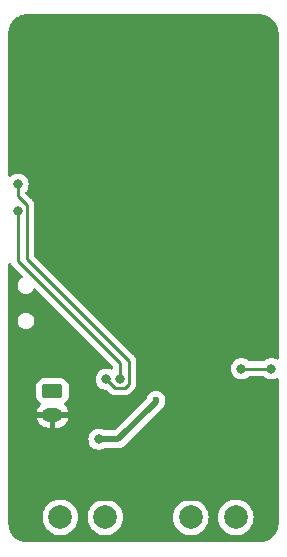
<source format=gbr>
%TF.GenerationSoftware,KiCad,Pcbnew,(7.0.0)*%
%TF.CreationDate,2023-03-10T16:09:33-06:00*%
%TF.ProjectId,stick-and-slip_v2_2-channel,73746963-6b2d-4616-9e64-2d736c69705f,rev?*%
%TF.SameCoordinates,Original*%
%TF.FileFunction,Copper,L2,Bot*%
%TF.FilePolarity,Positive*%
%FSLAX46Y46*%
G04 Gerber Fmt 4.6, Leading zero omitted, Abs format (unit mm)*
G04 Created by KiCad (PCBNEW (7.0.0)) date 2023-03-10 16:09:33*
%MOMM*%
%LPD*%
G01*
G04 APERTURE LIST*
G04 Aperture macros list*
%AMRoundRect*
0 Rectangle with rounded corners*
0 $1 Rounding radius*
0 $2 $3 $4 $5 $6 $7 $8 $9 X,Y pos of 4 corners*
0 Add a 4 corners polygon primitive as box body*
4,1,4,$2,$3,$4,$5,$6,$7,$8,$9,$2,$3,0*
0 Add four circle primitives for the rounded corners*
1,1,$1+$1,$2,$3*
1,1,$1+$1,$4,$5*
1,1,$1+$1,$6,$7*
1,1,$1+$1,$8,$9*
0 Add four rect primitives between the rounded corners*
20,1,$1+$1,$2,$3,$4,$5,0*
20,1,$1+$1,$4,$5,$6,$7,0*
20,1,$1+$1,$6,$7,$8,$9,0*
20,1,$1+$1,$8,$9,$2,$3,0*%
G04 Aperture macros list end*
%TA.AperFunction,ComponentPad*%
%ADD10C,2.000000*%
%TD*%
%TA.AperFunction,ComponentPad*%
%ADD11RoundRect,0.250000X-0.625000X0.350000X-0.625000X-0.350000X0.625000X-0.350000X0.625000X0.350000X0*%
%TD*%
%TA.AperFunction,ComponentPad*%
%ADD12O,1.750000X1.200000*%
%TD*%
%TA.AperFunction,ViaPad*%
%ADD13C,0.800000*%
%TD*%
%TA.AperFunction,ViaPad*%
%ADD14C,0.600000*%
%TD*%
%TA.AperFunction,Conductor*%
%ADD15C,0.500000*%
%TD*%
%TA.AperFunction,Conductor*%
%ADD16C,0.250000*%
%TD*%
G04 APERTURE END LIST*
D10*
%TO.P,J5,1,Pin_1*%
%TO.N,/motor-2-green-indicator-led*%
X47650000Y-91694000D03*
%TD*%
D11*
%TO.P,J9,1,Pin_1*%
%TO.N,Net-(J9-Pin_1)*%
X46990000Y-81026000D03*
D12*
%TO.P,J9,2,Pin_2*%
%TO.N,GND*%
X46989999Y-83025999D03*
%TD*%
D10*
%TO.P,J2,1,Pin_1*%
%TO.N,/motor-1-red-indicator-led*%
X62509000Y-91694000D03*
%TD*%
%TO.P,J6,1,Pin_1*%
%TO.N,/motor-2-red-indicator-led*%
X51460000Y-91694000D03*
%TD*%
%TO.P,J1,1,Pin_1*%
%TO.N,/motor-1-green-indicator-led*%
X58699000Y-91694000D03*
%TD*%
D13*
%TO.N,+BATT*%
X50927000Y-85089500D03*
D14*
X55753000Y-81788000D03*
D13*
%TO.N,/BLE-indicator-pin*%
X65532000Y-79121000D03*
X62992000Y-79121000D03*
%TO.N,GND*%
X49530000Y-90043000D03*
X50927000Y-72009000D03*
X60325000Y-70866000D03*
X61722000Y-83820000D03*
X60706000Y-90170000D03*
%TO.N,/motor-driver-2a*%
X51562000Y-80010000D03*
X44069000Y-63500000D03*
%TO.N,/motor-driver-2b*%
X52705000Y-80010000D03*
X44069000Y-65786000D03*
%TD*%
D15*
%TO.N,+BATT*%
X52578500Y-85089500D02*
X55753000Y-81915000D01*
X55753000Y-81915000D02*
X55753000Y-81788000D01*
X50927000Y-85089500D02*
X52578500Y-85089500D01*
D16*
%TO.N,/BLE-indicator-pin*%
X62992000Y-79121000D02*
X65532000Y-79121000D01*
D15*
%TO.N,GND*%
X61722000Y-83820000D02*
X61722000Y-89154000D01*
X49530000Y-90043000D02*
X60579000Y-90043000D01*
D16*
X60579000Y-90043000D02*
X60706000Y-90170000D01*
D15*
X61722000Y-89154000D02*
X60706000Y-90170000D01*
D16*
%TO.N,/motor-driver-2a*%
X44069000Y-64516000D02*
X44794000Y-65241000D01*
X52287000Y-80735000D02*
X51562000Y-80010000D01*
X44069000Y-63500000D02*
X44069000Y-64516000D01*
X44794000Y-65241000D02*
X44794000Y-69813000D01*
X44794000Y-69813000D02*
X53430000Y-78449000D01*
X53430000Y-78449000D02*
X53430000Y-80428000D01*
X53430000Y-80428000D02*
X53123000Y-80735000D01*
X53123000Y-80735000D02*
X52287000Y-80735000D01*
%TO.N,/motor-driver-2b*%
X44069000Y-65786000D02*
X44069000Y-69977000D01*
X44069000Y-69977000D02*
X52705000Y-78613000D01*
X52705000Y-78613000D02*
X52705000Y-80010000D01*
%TD*%
%TA.AperFunction,Conductor*%
%TO.N,GND*%
G36*
X64484117Y-49090806D02*
G01*
X64550247Y-49095469D01*
X64712840Y-49108086D01*
X64729222Y-49110467D01*
X64825571Y-49131125D01*
X64828004Y-49131673D01*
X64953180Y-49161293D01*
X64967361Y-49165559D01*
X65065981Y-49201784D01*
X65069958Y-49203325D01*
X65183011Y-49249432D01*
X65194824Y-49254993D01*
X65289566Y-49305874D01*
X65294859Y-49308888D01*
X65397336Y-49370614D01*
X65406746Y-49376886D01*
X65489080Y-49437380D01*
X65494264Y-49441189D01*
X65500441Y-49446036D01*
X65591461Y-49522242D01*
X65598566Y-49528674D01*
X65676414Y-49604840D01*
X65683004Y-49611808D01*
X65761176Y-49701142D01*
X65766158Y-49707213D01*
X65832329Y-49793270D01*
X65838821Y-49802565D01*
X65902800Y-49903719D01*
X65905925Y-49908939D01*
X65943085Y-49974649D01*
X65958819Y-50002472D01*
X65964651Y-50014189D01*
X66013238Y-50126264D01*
X66014904Y-50130299D01*
X66053204Y-50227926D01*
X66057785Y-50242033D01*
X66090170Y-50366692D01*
X66090802Y-50369234D01*
X66113485Y-50464799D01*
X66116226Y-50481146D01*
X66132414Y-50643670D01*
X66132498Y-50644539D01*
X66138373Y-50708053D01*
X66138900Y-50719474D01*
X66138900Y-78214547D01*
X66123873Y-78273715D01*
X66082435Y-78318542D01*
X66024628Y-78338165D01*
X65964464Y-78327826D01*
X65817745Y-78262501D01*
X65817740Y-78262499D01*
X65811803Y-78259856D01*
X65805444Y-78258504D01*
X65805440Y-78258503D01*
X65633008Y-78221852D01*
X65633005Y-78221851D01*
X65626646Y-78220500D01*
X65437354Y-78220500D01*
X65430995Y-78221851D01*
X65430991Y-78221852D01*
X65258559Y-78258503D01*
X65258552Y-78258505D01*
X65252197Y-78259856D01*
X65246262Y-78262498D01*
X65246254Y-78262501D01*
X65085207Y-78334205D01*
X65085202Y-78334207D01*
X65079270Y-78336849D01*
X65074016Y-78340665D01*
X65074011Y-78340669D01*
X64931388Y-78444290D01*
X64931381Y-78444295D01*
X64926129Y-78448112D01*
X64921780Y-78452941D01*
X64921781Y-78452941D01*
X64920399Y-78454476D01*
X64918728Y-78455689D01*
X64916950Y-78457291D01*
X64916781Y-78457104D01*
X64878685Y-78484781D01*
X64828252Y-78495500D01*
X63695748Y-78495500D01*
X63645315Y-78484781D01*
X63607218Y-78457104D01*
X63607050Y-78457291D01*
X63605271Y-78455689D01*
X63603601Y-78454476D01*
X63597871Y-78448112D01*
X63592613Y-78444292D01*
X63592611Y-78444290D01*
X63449988Y-78340669D01*
X63449987Y-78340668D01*
X63444730Y-78336849D01*
X63431910Y-78331141D01*
X63277745Y-78262501D01*
X63277740Y-78262499D01*
X63271803Y-78259856D01*
X63265444Y-78258504D01*
X63265440Y-78258503D01*
X63093008Y-78221852D01*
X63093005Y-78221851D01*
X63086646Y-78220500D01*
X62897354Y-78220500D01*
X62890995Y-78221851D01*
X62890991Y-78221852D01*
X62718559Y-78258503D01*
X62718552Y-78258505D01*
X62712197Y-78259856D01*
X62706262Y-78262498D01*
X62706254Y-78262501D01*
X62545207Y-78334205D01*
X62545202Y-78334207D01*
X62539270Y-78336849D01*
X62534016Y-78340665D01*
X62534011Y-78340669D01*
X62391388Y-78444290D01*
X62391381Y-78444295D01*
X62386129Y-78448112D01*
X62381784Y-78452937D01*
X62381779Y-78452942D01*
X62263813Y-78583956D01*
X62263808Y-78583962D01*
X62259467Y-78588784D01*
X62256222Y-78594404D01*
X62256218Y-78594410D01*
X62168069Y-78747089D01*
X62168066Y-78747094D01*
X62164821Y-78752716D01*
X62162815Y-78758888D01*
X62162813Y-78758894D01*
X62108333Y-78926564D01*
X62108331Y-78926573D01*
X62106326Y-78932744D01*
X62105648Y-78939194D01*
X62105646Y-78939204D01*
X62092558Y-79063743D01*
X62086540Y-79121000D01*
X62087219Y-79127460D01*
X62105646Y-79302795D01*
X62105647Y-79302803D01*
X62106326Y-79309256D01*
X62108331Y-79315428D01*
X62108333Y-79315435D01*
X62161084Y-79477784D01*
X62164821Y-79489284D01*
X62168068Y-79494908D01*
X62168069Y-79494910D01*
X62249578Y-79636089D01*
X62259467Y-79653216D01*
X62263811Y-79658041D01*
X62263813Y-79658043D01*
X62353112Y-79757219D01*
X62386129Y-79793888D01*
X62391387Y-79797708D01*
X62391388Y-79797709D01*
X62424470Y-79821744D01*
X62539270Y-79905151D01*
X62712197Y-79982144D01*
X62897354Y-80021500D01*
X63080143Y-80021500D01*
X63086646Y-80021500D01*
X63271803Y-79982144D01*
X63444730Y-79905151D01*
X63597871Y-79793888D01*
X63603601Y-79787523D01*
X63605271Y-79786310D01*
X63607050Y-79784709D01*
X63607218Y-79784895D01*
X63645315Y-79757219D01*
X63695748Y-79746500D01*
X64828252Y-79746500D01*
X64878685Y-79757219D01*
X64916781Y-79784895D01*
X64916950Y-79784709D01*
X64918728Y-79786310D01*
X64920398Y-79787523D01*
X64926129Y-79793888D01*
X64931387Y-79797708D01*
X64931388Y-79797709D01*
X64964470Y-79821744D01*
X65079270Y-79905151D01*
X65252197Y-79982144D01*
X65437354Y-80021500D01*
X65620143Y-80021500D01*
X65626646Y-80021500D01*
X65811803Y-79982144D01*
X65964464Y-79914173D01*
X66024628Y-79903835D01*
X66082435Y-79923458D01*
X66123873Y-79968285D01*
X66138900Y-80027453D01*
X66138900Y-92186743D01*
X66138584Y-92195589D01*
X66133965Y-92260171D01*
X66133899Y-92261053D01*
X66121396Y-92419927D01*
X66118944Y-92436556D01*
X66098422Y-92530898D01*
X66097830Y-92533489D01*
X66068419Y-92655993D01*
X66064027Y-92670378D01*
X66028053Y-92766830D01*
X66026432Y-92770949D01*
X65980667Y-92881438D01*
X65974939Y-92893412D01*
X65924422Y-92985929D01*
X65921316Y-92991293D01*
X65860077Y-93091226D01*
X65853617Y-93100746D01*
X65789808Y-93185985D01*
X65784832Y-93192206D01*
X65709306Y-93280636D01*
X65702696Y-93287786D01*
X65627186Y-93363296D01*
X65620036Y-93369906D01*
X65531606Y-93445432D01*
X65525385Y-93450408D01*
X65440146Y-93514217D01*
X65430626Y-93520677D01*
X65330693Y-93581916D01*
X65325329Y-93585022D01*
X65232812Y-93635539D01*
X65220838Y-93641267D01*
X65110349Y-93687032D01*
X65106230Y-93688653D01*
X65009778Y-93724627D01*
X64995393Y-93729019D01*
X64872889Y-93758430D01*
X64870298Y-93759022D01*
X64775956Y-93779544D01*
X64759327Y-93781996D01*
X64600453Y-93794499D01*
X64599570Y-93794565D01*
X64534964Y-93799185D01*
X64526172Y-93799501D01*
X44846281Y-93807897D01*
X44837383Y-93807581D01*
X44772763Y-93802960D01*
X44771878Y-93802894D01*
X44615615Y-93790595D01*
X44598990Y-93788144D01*
X44505473Y-93767803D01*
X44502881Y-93767210D01*
X44382034Y-93738197D01*
X44367648Y-93733805D01*
X44272136Y-93698181D01*
X44268018Y-93696561D01*
X44204383Y-93670203D01*
X44158954Y-93651386D01*
X44146988Y-93645661D01*
X44055409Y-93595655D01*
X44050047Y-93592551D01*
X43951381Y-93532089D01*
X43941864Y-93525632D01*
X43857490Y-93462470D01*
X43851270Y-93457494D01*
X43763954Y-93382919D01*
X43756817Y-93376321D01*
X43682077Y-93301581D01*
X43675482Y-93294447D01*
X43600897Y-93207120D01*
X43595928Y-93200908D01*
X43591131Y-93194500D01*
X43532761Y-93116525D01*
X43526309Y-93107017D01*
X43516632Y-93091226D01*
X43465847Y-93008351D01*
X43462743Y-93002989D01*
X43412729Y-92911393D01*
X43407020Y-92899461D01*
X43361831Y-92790365D01*
X43360217Y-92786262D01*
X43348562Y-92755013D01*
X43324590Y-92690741D01*
X43320203Y-92676371D01*
X43291175Y-92555463D01*
X43290612Y-92553003D01*
X43270253Y-92459406D01*
X43267803Y-92442783D01*
X43267313Y-92436556D01*
X43255471Y-92286088D01*
X43255470Y-92286084D01*
X43250816Y-92220988D01*
X43250500Y-92212146D01*
X43250500Y-91694000D01*
X46144357Y-91694000D01*
X46144781Y-91699117D01*
X46164467Y-91936701D01*
X46164468Y-91936709D01*
X46164892Y-91941821D01*
X46166149Y-91946788D01*
X46166151Y-91946795D01*
X46224678Y-92177910D01*
X46225937Y-92182881D01*
X46231511Y-92195589D01*
X46323766Y-92405910D01*
X46323769Y-92405916D01*
X46325827Y-92410607D01*
X46328627Y-92414893D01*
X46328631Y-92414900D01*
X46420466Y-92555463D01*
X46461836Y-92618785D01*
X46465310Y-92622559D01*
X46465311Y-92622560D01*
X46626784Y-92797967D01*
X46626787Y-92797970D01*
X46630256Y-92801738D01*
X46826491Y-92954474D01*
X46884615Y-92985929D01*
X47022790Y-93060706D01*
X47045190Y-93072828D01*
X47280386Y-93153571D01*
X47525665Y-93194500D01*
X47769201Y-93194500D01*
X47774335Y-93194500D01*
X48019614Y-93153571D01*
X48254810Y-93072828D01*
X48473509Y-92954474D01*
X48669744Y-92801738D01*
X48838164Y-92618785D01*
X48974173Y-92410607D01*
X49074063Y-92182881D01*
X49135108Y-91941821D01*
X49155643Y-91694000D01*
X49954357Y-91694000D01*
X49954781Y-91699117D01*
X49974467Y-91936701D01*
X49974468Y-91936709D01*
X49974892Y-91941821D01*
X49976149Y-91946788D01*
X49976151Y-91946795D01*
X50034678Y-92177910D01*
X50035937Y-92182881D01*
X50041511Y-92195589D01*
X50133766Y-92405910D01*
X50133769Y-92405916D01*
X50135827Y-92410607D01*
X50138627Y-92414893D01*
X50138631Y-92414900D01*
X50230466Y-92555463D01*
X50271836Y-92618785D01*
X50275310Y-92622559D01*
X50275311Y-92622560D01*
X50436784Y-92797967D01*
X50436787Y-92797970D01*
X50440256Y-92801738D01*
X50636491Y-92954474D01*
X50694615Y-92985929D01*
X50832790Y-93060706D01*
X50855190Y-93072828D01*
X51090386Y-93153571D01*
X51335665Y-93194500D01*
X51579201Y-93194500D01*
X51584335Y-93194500D01*
X51829614Y-93153571D01*
X52064810Y-93072828D01*
X52283509Y-92954474D01*
X52479744Y-92801738D01*
X52648164Y-92618785D01*
X52784173Y-92410607D01*
X52884063Y-92182881D01*
X52945108Y-91941821D01*
X52965643Y-91694000D01*
X57193357Y-91694000D01*
X57193781Y-91699117D01*
X57213467Y-91936701D01*
X57213468Y-91936709D01*
X57213892Y-91941821D01*
X57215149Y-91946788D01*
X57215151Y-91946795D01*
X57273678Y-92177910D01*
X57274937Y-92182881D01*
X57280511Y-92195589D01*
X57372766Y-92405910D01*
X57372769Y-92405916D01*
X57374827Y-92410607D01*
X57377627Y-92414893D01*
X57377631Y-92414900D01*
X57469466Y-92555463D01*
X57510836Y-92618785D01*
X57514310Y-92622559D01*
X57514311Y-92622560D01*
X57675784Y-92797967D01*
X57675787Y-92797970D01*
X57679256Y-92801738D01*
X57875491Y-92954474D01*
X57933615Y-92985929D01*
X58071790Y-93060706D01*
X58094190Y-93072828D01*
X58329386Y-93153571D01*
X58574665Y-93194500D01*
X58818201Y-93194500D01*
X58823335Y-93194500D01*
X59068614Y-93153571D01*
X59303810Y-93072828D01*
X59522509Y-92954474D01*
X59718744Y-92801738D01*
X59887164Y-92618785D01*
X60023173Y-92410607D01*
X60123063Y-92182881D01*
X60184108Y-91941821D01*
X60204643Y-91694000D01*
X61003357Y-91694000D01*
X61003781Y-91699117D01*
X61023467Y-91936701D01*
X61023468Y-91936709D01*
X61023892Y-91941821D01*
X61025149Y-91946788D01*
X61025151Y-91946795D01*
X61083678Y-92177910D01*
X61084937Y-92182881D01*
X61090511Y-92195589D01*
X61182766Y-92405910D01*
X61182769Y-92405916D01*
X61184827Y-92410607D01*
X61187627Y-92414893D01*
X61187631Y-92414900D01*
X61279466Y-92555463D01*
X61320836Y-92618785D01*
X61324310Y-92622559D01*
X61324311Y-92622560D01*
X61485784Y-92797967D01*
X61485787Y-92797970D01*
X61489256Y-92801738D01*
X61685491Y-92954474D01*
X61743615Y-92985929D01*
X61881790Y-93060706D01*
X61904190Y-93072828D01*
X62139386Y-93153571D01*
X62384665Y-93194500D01*
X62628201Y-93194500D01*
X62633335Y-93194500D01*
X62878614Y-93153571D01*
X63113810Y-93072828D01*
X63332509Y-92954474D01*
X63528744Y-92801738D01*
X63697164Y-92618785D01*
X63833173Y-92410607D01*
X63933063Y-92182881D01*
X63994108Y-91941821D01*
X64014643Y-91694000D01*
X63994108Y-91446179D01*
X63933063Y-91205119D01*
X63833173Y-90977393D01*
X63697164Y-90769215D01*
X63528744Y-90586262D01*
X63332509Y-90433526D01*
X63327997Y-90431084D01*
X63118316Y-90317610D01*
X63118310Y-90317607D01*
X63113810Y-90315172D01*
X63108969Y-90313510D01*
X63108962Y-90313507D01*
X62883465Y-90236094D01*
X62883461Y-90236093D01*
X62878614Y-90234429D01*
X62869768Y-90232952D01*
X62638398Y-90194344D01*
X62638387Y-90194343D01*
X62633335Y-90193500D01*
X62384665Y-90193500D01*
X62379613Y-90194343D01*
X62379601Y-90194344D01*
X62144443Y-90233585D01*
X62144441Y-90233585D01*
X62139386Y-90234429D01*
X62134541Y-90236092D01*
X62134534Y-90236094D01*
X61909037Y-90313507D01*
X61909026Y-90313511D01*
X61904190Y-90315172D01*
X61899693Y-90317605D01*
X61899683Y-90317610D01*
X61690002Y-90431084D01*
X61689995Y-90431088D01*
X61685491Y-90433526D01*
X61681448Y-90436672D01*
X61681440Y-90436678D01*
X61493304Y-90583111D01*
X61489256Y-90586262D01*
X61485793Y-90590023D01*
X61485784Y-90590032D01*
X61324311Y-90765439D01*
X61324305Y-90765446D01*
X61320836Y-90769215D01*
X61318031Y-90773506D01*
X61318028Y-90773512D01*
X61187631Y-90973099D01*
X61187624Y-90973111D01*
X61184827Y-90977393D01*
X61182772Y-90982077D01*
X61182766Y-90982089D01*
X61086997Y-91200422D01*
X61084937Y-91205119D01*
X61083679Y-91210084D01*
X61083678Y-91210089D01*
X61025151Y-91441204D01*
X61025149Y-91441213D01*
X61023892Y-91446179D01*
X61023468Y-91451288D01*
X61023467Y-91451298D01*
X61003781Y-91688883D01*
X61003357Y-91694000D01*
X60204643Y-91694000D01*
X60184108Y-91446179D01*
X60123063Y-91205119D01*
X60023173Y-90977393D01*
X59887164Y-90769215D01*
X59718744Y-90586262D01*
X59522509Y-90433526D01*
X59517997Y-90431084D01*
X59308316Y-90317610D01*
X59308310Y-90317607D01*
X59303810Y-90315172D01*
X59298969Y-90313510D01*
X59298962Y-90313507D01*
X59073465Y-90236094D01*
X59073461Y-90236093D01*
X59068614Y-90234429D01*
X59059768Y-90232952D01*
X58828398Y-90194344D01*
X58828387Y-90194343D01*
X58823335Y-90193500D01*
X58574665Y-90193500D01*
X58569613Y-90194343D01*
X58569601Y-90194344D01*
X58334443Y-90233585D01*
X58334441Y-90233585D01*
X58329386Y-90234429D01*
X58324541Y-90236092D01*
X58324534Y-90236094D01*
X58099037Y-90313507D01*
X58099026Y-90313511D01*
X58094190Y-90315172D01*
X58089693Y-90317605D01*
X58089683Y-90317610D01*
X57880002Y-90431084D01*
X57879995Y-90431088D01*
X57875491Y-90433526D01*
X57871448Y-90436672D01*
X57871440Y-90436678D01*
X57683304Y-90583111D01*
X57679256Y-90586262D01*
X57675793Y-90590023D01*
X57675784Y-90590032D01*
X57514311Y-90765439D01*
X57514305Y-90765446D01*
X57510836Y-90769215D01*
X57508031Y-90773506D01*
X57508028Y-90773512D01*
X57377631Y-90973099D01*
X57377624Y-90973111D01*
X57374827Y-90977393D01*
X57372772Y-90982077D01*
X57372766Y-90982089D01*
X57276997Y-91200422D01*
X57274937Y-91205119D01*
X57273679Y-91210084D01*
X57273678Y-91210089D01*
X57215151Y-91441204D01*
X57215149Y-91441213D01*
X57213892Y-91446179D01*
X57213468Y-91451288D01*
X57213467Y-91451298D01*
X57193781Y-91688883D01*
X57193357Y-91694000D01*
X52965643Y-91694000D01*
X52945108Y-91446179D01*
X52884063Y-91205119D01*
X52784173Y-90977393D01*
X52648164Y-90769215D01*
X52479744Y-90586262D01*
X52283509Y-90433526D01*
X52278997Y-90431084D01*
X52069316Y-90317610D01*
X52069310Y-90317607D01*
X52064810Y-90315172D01*
X52059969Y-90313510D01*
X52059962Y-90313507D01*
X51834465Y-90236094D01*
X51834461Y-90236093D01*
X51829614Y-90234429D01*
X51820768Y-90232952D01*
X51589398Y-90194344D01*
X51589387Y-90194343D01*
X51584335Y-90193500D01*
X51335665Y-90193500D01*
X51330613Y-90194343D01*
X51330601Y-90194344D01*
X51095443Y-90233585D01*
X51095441Y-90233585D01*
X51090386Y-90234429D01*
X51085541Y-90236092D01*
X51085534Y-90236094D01*
X50860037Y-90313507D01*
X50860026Y-90313511D01*
X50855190Y-90315172D01*
X50850693Y-90317605D01*
X50850683Y-90317610D01*
X50641002Y-90431084D01*
X50640995Y-90431088D01*
X50636491Y-90433526D01*
X50632448Y-90436672D01*
X50632440Y-90436678D01*
X50444304Y-90583111D01*
X50440256Y-90586262D01*
X50436793Y-90590023D01*
X50436784Y-90590032D01*
X50275311Y-90765439D01*
X50275305Y-90765446D01*
X50271836Y-90769215D01*
X50269031Y-90773506D01*
X50269028Y-90773512D01*
X50138631Y-90973099D01*
X50138624Y-90973111D01*
X50135827Y-90977393D01*
X50133772Y-90982077D01*
X50133766Y-90982089D01*
X50037997Y-91200422D01*
X50035937Y-91205119D01*
X50034679Y-91210084D01*
X50034678Y-91210089D01*
X49976151Y-91441204D01*
X49976149Y-91441213D01*
X49974892Y-91446179D01*
X49974468Y-91451288D01*
X49974467Y-91451298D01*
X49954781Y-91688883D01*
X49954357Y-91694000D01*
X49155643Y-91694000D01*
X49135108Y-91446179D01*
X49074063Y-91205119D01*
X48974173Y-90977393D01*
X48838164Y-90769215D01*
X48669744Y-90586262D01*
X48473509Y-90433526D01*
X48468997Y-90431084D01*
X48259316Y-90317610D01*
X48259310Y-90317607D01*
X48254810Y-90315172D01*
X48249969Y-90313510D01*
X48249962Y-90313507D01*
X48024465Y-90236094D01*
X48024461Y-90236093D01*
X48019614Y-90234429D01*
X48010768Y-90232952D01*
X47779398Y-90194344D01*
X47779387Y-90194343D01*
X47774335Y-90193500D01*
X47525665Y-90193500D01*
X47520613Y-90194343D01*
X47520601Y-90194344D01*
X47285443Y-90233585D01*
X47285441Y-90233585D01*
X47280386Y-90234429D01*
X47275541Y-90236092D01*
X47275534Y-90236094D01*
X47050037Y-90313507D01*
X47050026Y-90313511D01*
X47045190Y-90315172D01*
X47040693Y-90317605D01*
X47040683Y-90317610D01*
X46831002Y-90431084D01*
X46830995Y-90431088D01*
X46826491Y-90433526D01*
X46822448Y-90436672D01*
X46822440Y-90436678D01*
X46634304Y-90583111D01*
X46630256Y-90586262D01*
X46626793Y-90590023D01*
X46626784Y-90590032D01*
X46465311Y-90765439D01*
X46465305Y-90765446D01*
X46461836Y-90769215D01*
X46459031Y-90773506D01*
X46459028Y-90773512D01*
X46328631Y-90973099D01*
X46328624Y-90973111D01*
X46325827Y-90977393D01*
X46323772Y-90982077D01*
X46323766Y-90982089D01*
X46227997Y-91200422D01*
X46225937Y-91205119D01*
X46224679Y-91210084D01*
X46224678Y-91210089D01*
X46166151Y-91441204D01*
X46166149Y-91441213D01*
X46164892Y-91446179D01*
X46164468Y-91451288D01*
X46164467Y-91451298D01*
X46144781Y-91688883D01*
X46144357Y-91694000D01*
X43250500Y-91694000D01*
X43250500Y-85089500D01*
X50021540Y-85089500D01*
X50022219Y-85095960D01*
X50040646Y-85271295D01*
X50040647Y-85271303D01*
X50041326Y-85277756D01*
X50043331Y-85283928D01*
X50043333Y-85283935D01*
X50097813Y-85451605D01*
X50099821Y-85457784D01*
X50103068Y-85463408D01*
X50103069Y-85463410D01*
X50189891Y-85613791D01*
X50194467Y-85621716D01*
X50198811Y-85626541D01*
X50198813Y-85626543D01*
X50284386Y-85721581D01*
X50321129Y-85762388D01*
X50326387Y-85766208D01*
X50326388Y-85766209D01*
X50330133Y-85768930D01*
X50474270Y-85873651D01*
X50647197Y-85950644D01*
X50832354Y-85990000D01*
X51015143Y-85990000D01*
X51021646Y-85990000D01*
X51206803Y-85950644D01*
X51379730Y-85873651D01*
X51393454Y-85863679D01*
X51428018Y-85846069D01*
X51466336Y-85840000D01*
X52514793Y-85840000D01*
X52532764Y-85841309D01*
X52536660Y-85841879D01*
X52556523Y-85844789D01*
X52605868Y-85840472D01*
X52616676Y-85840000D01*
X52618600Y-85840000D01*
X52622209Y-85840000D01*
X52653050Y-85836394D01*
X52656531Y-85836039D01*
X52731297Y-85829499D01*
X52738153Y-85827226D01*
X52741543Y-85826527D01*
X52741875Y-85826473D01*
X52742228Y-85826373D01*
X52745571Y-85825580D01*
X52752755Y-85824741D01*
X52823260Y-85799079D01*
X52826618Y-85797912D01*
X52897834Y-85774314D01*
X52903986Y-85770518D01*
X52907107Y-85769064D01*
X52907429Y-85768930D01*
X52907738Y-85768758D01*
X52910815Y-85767212D01*
X52917617Y-85764737D01*
X52980337Y-85723484D01*
X52983232Y-85721640D01*
X53047156Y-85682212D01*
X53052263Y-85677103D01*
X53054976Y-85674959D01*
X53055258Y-85674754D01*
X53055529Y-85674507D01*
X53058159Y-85672299D01*
X53064196Y-85668330D01*
X53115685Y-85613753D01*
X53118130Y-85611236D01*
X56238642Y-82490724D01*
X56252266Y-82478950D01*
X56271530Y-82464610D01*
X56303366Y-82426667D01*
X56310680Y-82418688D01*
X56311264Y-82418103D01*
X56314591Y-82414777D01*
X56333833Y-82390439D01*
X56336090Y-82387670D01*
X56379654Y-82335753D01*
X56379653Y-82335753D01*
X56384302Y-82330214D01*
X56387548Y-82323748D01*
X56389436Y-82320879D01*
X56389645Y-82320589D01*
X56389819Y-82320278D01*
X56391624Y-82317350D01*
X56396111Y-82311677D01*
X56427834Y-82243645D01*
X56429349Y-82240514D01*
X56463040Y-82173433D01*
X56464707Y-82166396D01*
X56465788Y-82163427D01*
X56472424Y-82149867D01*
X56472061Y-82149692D01*
X56475078Y-82143426D01*
X56478789Y-82137522D01*
X56538368Y-81967255D01*
X56558565Y-81788000D01*
X56538368Y-81608745D01*
X56478789Y-81438478D01*
X56382816Y-81285738D01*
X56255262Y-81158184D01*
X56245894Y-81152298D01*
X56108412Y-81065912D01*
X56102522Y-81062211D01*
X56095959Y-81059914D01*
X56095956Y-81059913D01*
X55938824Y-81004930D01*
X55938819Y-81004928D01*
X55932255Y-81002632D01*
X55925335Y-81001852D01*
X55925334Y-81001852D01*
X55759923Y-80983215D01*
X55753000Y-80982435D01*
X55746077Y-80983215D01*
X55580665Y-81001852D01*
X55580662Y-81001852D01*
X55573745Y-81002632D01*
X55567182Y-81004928D01*
X55567175Y-81004930D01*
X55410043Y-81059913D01*
X55410036Y-81059915D01*
X55403478Y-81062211D01*
X55397590Y-81065910D01*
X55397587Y-81065912D01*
X55256638Y-81154476D01*
X55256633Y-81154479D01*
X55250738Y-81158184D01*
X55245813Y-81163108D01*
X55245809Y-81163112D01*
X55128112Y-81280809D01*
X55128108Y-81280813D01*
X55123184Y-81285738D01*
X55119479Y-81291633D01*
X55119476Y-81291638D01*
X55030912Y-81432587D01*
X55030910Y-81432590D01*
X55027211Y-81438478D01*
X55024915Y-81445036D01*
X55024913Y-81445043D01*
X54969930Y-81602176D01*
X54969928Y-81602180D01*
X54967632Y-81608745D01*
X54967149Y-81613023D01*
X54934459Y-81672172D01*
X52303951Y-84302681D01*
X52263723Y-84329561D01*
X52216270Y-84339000D01*
X51466336Y-84339000D01*
X51428018Y-84332931D01*
X51393454Y-84315320D01*
X51379730Y-84305349D01*
X51373738Y-84302681D01*
X51212745Y-84231001D01*
X51212740Y-84230999D01*
X51206803Y-84228356D01*
X51200444Y-84227004D01*
X51200440Y-84227003D01*
X51028008Y-84190352D01*
X51028005Y-84190351D01*
X51021646Y-84189000D01*
X50832354Y-84189000D01*
X50825995Y-84190351D01*
X50825991Y-84190352D01*
X50653559Y-84227003D01*
X50653552Y-84227005D01*
X50647197Y-84228356D01*
X50641262Y-84230998D01*
X50641254Y-84231001D01*
X50480207Y-84302705D01*
X50480202Y-84302707D01*
X50474270Y-84305349D01*
X50469016Y-84309165D01*
X50469011Y-84309169D01*
X50326388Y-84412790D01*
X50326381Y-84412795D01*
X50321129Y-84416612D01*
X50316784Y-84421437D01*
X50316779Y-84421442D01*
X50198813Y-84552456D01*
X50198808Y-84552462D01*
X50194467Y-84557284D01*
X50191222Y-84562904D01*
X50191218Y-84562910D01*
X50103069Y-84715589D01*
X50103066Y-84715594D01*
X50099821Y-84721216D01*
X50097815Y-84727388D01*
X50097813Y-84727394D01*
X50043333Y-84895064D01*
X50043331Y-84895073D01*
X50041326Y-84901244D01*
X50040648Y-84907694D01*
X50040646Y-84907704D01*
X50022962Y-85075964D01*
X50021540Y-85089500D01*
X43250500Y-85089500D01*
X43250500Y-83278505D01*
X45646927Y-83278505D01*
X45647060Y-83289679D01*
X45669377Y-83381670D01*
X45673225Y-83392788D01*
X45755580Y-83573121D01*
X45761468Y-83583319D01*
X45876463Y-83744806D01*
X45884172Y-83753703D01*
X46027658Y-83890517D01*
X46036899Y-83897784D01*
X46203685Y-84004971D01*
X46214143Y-84010363D01*
X46398201Y-84084049D01*
X46409484Y-84087362D01*
X46604165Y-84124882D01*
X46615866Y-84126000D01*
X46723674Y-84126000D01*
X46736549Y-84122549D01*
X46740000Y-84109674D01*
X47240000Y-84109674D01*
X47243450Y-84122549D01*
X47256326Y-84126000D01*
X47314450Y-84126000D01*
X47320339Y-84125719D01*
X47468242Y-84111596D01*
X47479793Y-84109369D01*
X47670026Y-84053512D01*
X47680932Y-84049146D01*
X47857159Y-83958295D01*
X47867055Y-83951935D01*
X48022894Y-83829382D01*
X48031408Y-83821264D01*
X48161243Y-83671427D01*
X48168062Y-83661850D01*
X48267191Y-83490153D01*
X48272079Y-83479450D01*
X48336924Y-83292095D01*
X48338279Y-83286511D01*
X48337693Y-83278318D01*
X48327036Y-83276000D01*
X47256326Y-83276000D01*
X47243450Y-83279450D01*
X47240000Y-83292326D01*
X47240000Y-84109674D01*
X46740000Y-84109674D01*
X46740000Y-83292326D01*
X46736549Y-83279450D01*
X46723674Y-83276000D01*
X45657819Y-83276000D01*
X45646927Y-83278505D01*
X43250500Y-83278505D01*
X43250500Y-81422877D01*
X45614500Y-81422877D01*
X45614501Y-81426008D01*
X45614820Y-81429140D01*
X45614821Y-81429141D01*
X45624312Y-81522061D01*
X45624313Y-81522069D01*
X45625001Y-81528797D01*
X45627129Y-81535219D01*
X45627130Y-81535223D01*
X45653786Y-81615665D01*
X45680186Y-81695334D01*
X45683977Y-81701480D01*
X45768497Y-81838511D01*
X45768500Y-81838515D01*
X45772288Y-81844656D01*
X45896344Y-81968712D01*
X45960193Y-82008094D01*
X46001611Y-82050146D01*
X46018896Y-82106584D01*
X46008129Y-82164619D01*
X45971750Y-82211101D01*
X45957103Y-82222619D01*
X45948591Y-82230735D01*
X45818756Y-82380572D01*
X45811937Y-82390149D01*
X45712808Y-82561846D01*
X45707920Y-82572549D01*
X45643075Y-82759904D01*
X45641720Y-82765488D01*
X45642306Y-82773681D01*
X45652964Y-82776000D01*
X48322181Y-82776000D01*
X48333072Y-82773494D01*
X48332939Y-82762320D01*
X48310622Y-82670329D01*
X48306774Y-82659211D01*
X48224419Y-82478878D01*
X48218531Y-82468680D01*
X48103536Y-82307193D01*
X48095828Y-82298297D01*
X47997477Y-82204520D01*
X47966666Y-82157572D01*
X47959723Y-82101847D01*
X47978073Y-82048774D01*
X48017948Y-82009240D01*
X48083656Y-81968712D01*
X48207712Y-81844656D01*
X48299814Y-81695334D01*
X48354999Y-81528797D01*
X48365500Y-81426009D01*
X48365499Y-80625992D01*
X48354999Y-80523203D01*
X48299814Y-80356666D01*
X48207712Y-80207344D01*
X48083656Y-80083288D01*
X48077515Y-80079500D01*
X48077511Y-80079497D01*
X47940480Y-79994977D01*
X47934334Y-79991186D01*
X47911127Y-79983496D01*
X47774225Y-79938131D01*
X47774224Y-79938130D01*
X47767797Y-79936001D01*
X47761064Y-79935313D01*
X47761059Y-79935312D01*
X47668140Y-79925819D01*
X47668123Y-79925818D01*
X47665009Y-79925500D01*
X47661860Y-79925500D01*
X46318140Y-79925500D01*
X46318120Y-79925500D01*
X46314992Y-79925501D01*
X46311860Y-79925820D01*
X46311858Y-79925821D01*
X46218938Y-79935312D01*
X46218928Y-79935313D01*
X46212203Y-79936001D01*
X46205781Y-79938128D01*
X46205776Y-79938130D01*
X46052521Y-79988914D01*
X46052517Y-79988915D01*
X46045666Y-79991186D01*
X46039522Y-79994975D01*
X46039519Y-79994977D01*
X45902488Y-80079497D01*
X45902480Y-80079503D01*
X45896344Y-80083288D01*
X45891242Y-80088389D01*
X45891238Y-80088393D01*
X45777393Y-80202238D01*
X45777389Y-80202242D01*
X45772288Y-80207344D01*
X45768503Y-80213480D01*
X45768497Y-80213488D01*
X45683977Y-80350519D01*
X45680186Y-80356666D01*
X45677915Y-80363517D01*
X45677914Y-80363521D01*
X45627860Y-80514574D01*
X45625001Y-80523203D01*
X45624313Y-80529933D01*
X45624312Y-80529940D01*
X45614819Y-80622859D01*
X45614818Y-80622877D01*
X45614500Y-80625991D01*
X45614500Y-80629138D01*
X45614500Y-80629139D01*
X45614500Y-81422858D01*
X45614500Y-81422877D01*
X43250500Y-81422877D01*
X43250500Y-75154056D01*
X44031500Y-75154056D01*
X44033293Y-75161332D01*
X44033294Y-75161337D01*
X44070415Y-75311944D01*
X44072210Y-75319225D01*
X44075693Y-75325862D01*
X44075695Y-75325866D01*
X44138129Y-75444823D01*
X44151266Y-75469852D01*
X44264071Y-75597183D01*
X44404070Y-75693818D01*
X44563128Y-75754140D01*
X44689628Y-75769500D01*
X44770623Y-75769500D01*
X44774372Y-75769500D01*
X44900872Y-75754140D01*
X45059930Y-75693818D01*
X45199929Y-75597183D01*
X45312734Y-75469852D01*
X45391790Y-75319225D01*
X45432500Y-75154056D01*
X45432500Y-74983944D01*
X45391790Y-74818775D01*
X45312734Y-74668148D01*
X45199929Y-74540817D01*
X45193760Y-74536558D01*
X45193758Y-74536557D01*
X45066106Y-74448445D01*
X45066105Y-74448444D01*
X45059930Y-74444182D01*
X45052915Y-74441521D01*
X45052912Y-74441520D01*
X44907888Y-74386520D01*
X44907882Y-74386518D01*
X44900872Y-74383860D01*
X44893427Y-74382956D01*
X44893423Y-74382955D01*
X44778092Y-74368951D01*
X44778080Y-74368950D01*
X44774372Y-74368500D01*
X44689628Y-74368500D01*
X44685920Y-74368950D01*
X44685907Y-74368951D01*
X44570576Y-74382955D01*
X44570570Y-74382956D01*
X44563128Y-74383860D01*
X44556119Y-74386517D01*
X44556111Y-74386520D01*
X44411087Y-74441520D01*
X44411081Y-74441523D01*
X44404070Y-74444182D01*
X44397897Y-74448442D01*
X44397893Y-74448445D01*
X44270241Y-74536557D01*
X44270235Y-74536562D01*
X44264071Y-74540817D01*
X44259099Y-74546428D01*
X44259098Y-74546430D01*
X44156241Y-74662531D01*
X44156236Y-74662537D01*
X44151266Y-74668148D01*
X44147780Y-74674788D01*
X44147779Y-74674791D01*
X44075695Y-74812133D01*
X44075692Y-74812140D01*
X44072210Y-74818775D01*
X44070416Y-74826050D01*
X44070415Y-74826055D01*
X44033294Y-74976662D01*
X44033293Y-74976668D01*
X44031500Y-74983944D01*
X44031500Y-75154056D01*
X43250500Y-75154056D01*
X43250500Y-70269367D01*
X43268570Y-70204910D01*
X43317512Y-70159238D01*
X43383063Y-70145663D01*
X43446119Y-70168141D01*
X43488252Y-70220060D01*
X43490382Y-70227390D01*
X43494352Y-70234103D01*
X43500581Y-70244637D01*
X43509136Y-70262099D01*
X43513642Y-70273480D01*
X43513643Y-70273483D01*
X43516514Y-70280732D01*
X43538440Y-70310912D01*
X43542181Y-70316060D01*
X43548593Y-70325822D01*
X43566856Y-70356702D01*
X43566859Y-70356707D01*
X43570830Y-70363420D01*
X43576345Y-70368935D01*
X43584990Y-70377580D01*
X43597626Y-70392374D01*
X43604819Y-70402275D01*
X43604823Y-70402279D01*
X43609406Y-70408587D01*
X43615415Y-70413558D01*
X43615416Y-70413559D01*
X43643058Y-70436426D01*
X43651699Y-70444289D01*
X44447917Y-71240507D01*
X44479163Y-71293082D01*
X44481478Y-71354197D01*
X44454299Y-71408985D01*
X44416427Y-71435564D01*
X44417725Y-71438037D01*
X44411085Y-71441521D01*
X44404070Y-71444182D01*
X44397897Y-71448442D01*
X44397893Y-71448445D01*
X44270241Y-71536557D01*
X44270235Y-71536562D01*
X44264071Y-71540817D01*
X44259099Y-71546428D01*
X44259098Y-71546430D01*
X44156241Y-71662531D01*
X44156236Y-71662537D01*
X44151266Y-71668148D01*
X44147780Y-71674788D01*
X44147779Y-71674791D01*
X44075695Y-71812133D01*
X44075692Y-71812140D01*
X44072210Y-71818775D01*
X44070416Y-71826050D01*
X44070415Y-71826055D01*
X44033294Y-71976662D01*
X44033293Y-71976668D01*
X44031500Y-71983944D01*
X44031500Y-72154056D01*
X44033293Y-72161332D01*
X44033294Y-72161337D01*
X44045546Y-72211044D01*
X44072210Y-72319225D01*
X44075693Y-72325862D01*
X44075695Y-72325866D01*
X44138129Y-72444823D01*
X44151266Y-72469852D01*
X44264071Y-72597183D01*
X44404070Y-72693818D01*
X44563128Y-72754140D01*
X44689628Y-72769500D01*
X44770623Y-72769500D01*
X44774372Y-72769500D01*
X44900872Y-72754140D01*
X45059930Y-72693818D01*
X45199929Y-72597183D01*
X45312734Y-72469852D01*
X45359887Y-72380009D01*
X45397710Y-72336661D01*
X45451026Y-72315048D01*
X45508357Y-72319821D01*
X45557364Y-72349955D01*
X52043181Y-78835772D01*
X52070061Y-78876000D01*
X52079500Y-78923453D01*
X52079500Y-79063743D01*
X52064473Y-79122911D01*
X52023035Y-79167738D01*
X51965228Y-79187361D01*
X51905064Y-79177022D01*
X51847745Y-79151501D01*
X51847740Y-79151499D01*
X51841803Y-79148856D01*
X51835444Y-79147504D01*
X51835440Y-79147503D01*
X51663008Y-79110852D01*
X51663005Y-79110851D01*
X51656646Y-79109500D01*
X51467354Y-79109500D01*
X51460995Y-79110851D01*
X51460991Y-79110852D01*
X51288559Y-79147503D01*
X51288552Y-79147505D01*
X51282197Y-79148856D01*
X51276262Y-79151498D01*
X51276254Y-79151501D01*
X51115207Y-79223205D01*
X51115202Y-79223207D01*
X51109270Y-79225849D01*
X51104016Y-79229665D01*
X51104011Y-79229669D01*
X50961388Y-79333290D01*
X50961381Y-79333295D01*
X50956129Y-79337112D01*
X50951784Y-79341937D01*
X50951779Y-79341942D01*
X50833813Y-79472956D01*
X50833808Y-79472962D01*
X50829467Y-79477784D01*
X50826222Y-79483404D01*
X50826218Y-79483410D01*
X50738069Y-79636089D01*
X50738066Y-79636094D01*
X50734821Y-79641716D01*
X50732815Y-79647888D01*
X50732813Y-79647894D01*
X50678333Y-79815564D01*
X50678331Y-79815573D01*
X50676326Y-79821744D01*
X50675648Y-79828194D01*
X50675646Y-79828204D01*
X50660924Y-79968285D01*
X50656540Y-80010000D01*
X50657219Y-80016460D01*
X50675646Y-80191795D01*
X50675647Y-80191803D01*
X50676326Y-80198256D01*
X50678331Y-80204428D01*
X50678333Y-80204435D01*
X50730024Y-80363521D01*
X50734821Y-80378284D01*
X50738068Y-80383908D01*
X50738069Y-80383910D01*
X50791945Y-80477227D01*
X50829467Y-80542216D01*
X50833811Y-80547041D01*
X50833813Y-80547043D01*
X50951779Y-80678057D01*
X50956129Y-80682888D01*
X50961387Y-80686708D01*
X50961388Y-80686709D01*
X50991867Y-80708853D01*
X51109270Y-80794151D01*
X51282197Y-80871144D01*
X51467354Y-80910500D01*
X51526547Y-80910500D01*
X51574000Y-80919939D01*
X51614228Y-80946819D01*
X51789707Y-81122298D01*
X51797159Y-81130487D01*
X51801214Y-81136877D01*
X51829151Y-81163112D01*
X51850223Y-81182900D01*
X51853020Y-81185611D01*
X51872529Y-81205120D01*
X51875709Y-81207587D01*
X51884571Y-81215155D01*
X51897880Y-81227654D01*
X51910732Y-81239723D01*
X51910734Y-81239724D01*
X51916418Y-81245062D01*
X51923251Y-81248818D01*
X51923252Y-81248819D01*
X51933973Y-81254713D01*
X51950234Y-81265394D01*
X51966064Y-81277673D01*
X52006154Y-81295021D01*
X52016631Y-81300154D01*
X52054908Y-81321197D01*
X52071957Y-81325574D01*
X52074305Y-81326177D01*
X52092719Y-81332481D01*
X52111104Y-81340438D01*
X52154265Y-81347273D01*
X52165664Y-81349634D01*
X52207981Y-81360500D01*
X52228017Y-81360500D01*
X52247402Y-81362025D01*
X52267196Y-81365160D01*
X52305276Y-81361560D01*
X52310676Y-81361050D01*
X52322345Y-81360500D01*
X53045225Y-81360500D01*
X53056280Y-81361021D01*
X53063667Y-81362673D01*
X53130872Y-81360561D01*
X53134768Y-81360500D01*
X53158448Y-81360500D01*
X53162350Y-81360500D01*
X53166313Y-81359999D01*
X53177963Y-81359080D01*
X53221627Y-81357709D01*
X53240861Y-81352119D01*
X53259917Y-81348174D01*
X53279792Y-81345664D01*
X53320395Y-81329587D01*
X53331450Y-81325802D01*
X53373390Y-81313618D01*
X53390629Y-81303422D01*
X53408103Y-81294862D01*
X53419474Y-81290360D01*
X53419476Y-81290358D01*
X53426732Y-81287486D01*
X53462069Y-81261811D01*
X53471824Y-81255403D01*
X53509420Y-81233170D01*
X53523584Y-81219005D01*
X53538379Y-81206368D01*
X53554587Y-81194594D01*
X53582428Y-81160938D01*
X53590279Y-81152309D01*
X53817306Y-80925282D01*
X53825482Y-80917843D01*
X53831877Y-80913786D01*
X53877933Y-80864740D01*
X53880550Y-80862038D01*
X53900120Y-80842470D01*
X53902565Y-80839316D01*
X53910155Y-80830428D01*
X53940062Y-80798582D01*
X53944599Y-80790330D01*
X53949710Y-80781032D01*
X53960393Y-80764766D01*
X53972674Y-80748936D01*
X53990018Y-80708851D01*
X53995160Y-80698356D01*
X54006320Y-80678057D01*
X54016197Y-80660092D01*
X54021179Y-80640689D01*
X54027480Y-80622283D01*
X54035438Y-80603895D01*
X54042269Y-80560756D01*
X54044639Y-80549315D01*
X54045223Y-80547043D01*
X54055500Y-80507019D01*
X54055500Y-80486983D01*
X54057025Y-80467597D01*
X54060160Y-80447804D01*
X54056050Y-80404324D01*
X54055500Y-80392655D01*
X54055500Y-78526771D01*
X54056020Y-78515718D01*
X54057672Y-78508332D01*
X54055561Y-78441144D01*
X54055500Y-78437250D01*
X54055500Y-78413545D01*
X54055500Y-78409650D01*
X54054998Y-78405681D01*
X54054080Y-78394024D01*
X54052709Y-78350373D01*
X54047119Y-78331135D01*
X54043175Y-78312091D01*
X54040664Y-78292208D01*
X54024582Y-78251591D01*
X54020798Y-78240539D01*
X54010793Y-78206101D01*
X54008617Y-78198610D01*
X54004645Y-78191894D01*
X54004643Y-78191889D01*
X53998422Y-78181370D01*
X53989860Y-78163892D01*
X53985360Y-78152527D01*
X53985359Y-78152526D01*
X53982486Y-78145268D01*
X53956812Y-78109931D01*
X53950409Y-78100184D01*
X53928170Y-78062579D01*
X53914005Y-78048414D01*
X53901368Y-78033618D01*
X53894184Y-78023729D01*
X53894178Y-78023723D01*
X53889594Y-78017413D01*
X53855946Y-77989577D01*
X53847305Y-77981714D01*
X45455819Y-69590228D01*
X45428939Y-69550000D01*
X45419500Y-69502547D01*
X45419500Y-65318775D01*
X45420021Y-65307719D01*
X45421673Y-65300333D01*
X45419561Y-65233127D01*
X45419500Y-65229232D01*
X45419500Y-65205541D01*
X45419500Y-65201650D01*
X45418998Y-65197677D01*
X45418080Y-65186018D01*
X45416954Y-65150173D01*
X45416709Y-65142373D01*
X45411120Y-65123140D01*
X45407174Y-65104083D01*
X45405641Y-65091944D01*
X45404664Y-65084208D01*
X45388582Y-65043591D01*
X45384803Y-65032551D01*
X45374795Y-64998102D01*
X45374793Y-64998099D01*
X45372618Y-64990610D01*
X45362417Y-64973360D01*
X45353863Y-64955901D01*
X45346486Y-64937268D01*
X45320808Y-64901925D01*
X45314401Y-64892171D01*
X45296142Y-64861296D01*
X45296141Y-64861294D01*
X45292170Y-64854580D01*
X45278004Y-64840414D01*
X45265370Y-64825622D01*
X45253594Y-64809413D01*
X45247583Y-64804440D01*
X45247581Y-64804438D01*
X45219941Y-64781573D01*
X45211300Y-64773710D01*
X44730819Y-64293228D01*
X44703939Y-64253000D01*
X44694500Y-64205547D01*
X44694500Y-64198687D01*
X44702736Y-64154249D01*
X44726350Y-64115715D01*
X44801533Y-64032216D01*
X44896179Y-63868284D01*
X44954674Y-63688256D01*
X44974460Y-63500000D01*
X44954674Y-63311744D01*
X44896179Y-63131716D01*
X44801533Y-62967784D01*
X44674871Y-62827112D01*
X44669613Y-62823292D01*
X44669611Y-62823290D01*
X44526988Y-62719669D01*
X44526987Y-62719668D01*
X44521730Y-62715849D01*
X44515792Y-62713205D01*
X44354745Y-62641501D01*
X44354740Y-62641499D01*
X44348803Y-62638856D01*
X44342444Y-62637504D01*
X44342440Y-62637503D01*
X44170008Y-62600852D01*
X44170005Y-62600851D01*
X44163646Y-62599500D01*
X43974354Y-62599500D01*
X43967995Y-62600851D01*
X43967991Y-62600852D01*
X43795559Y-62637503D01*
X43795552Y-62637505D01*
X43789197Y-62638856D01*
X43783262Y-62641498D01*
X43783254Y-62641501D01*
X43622207Y-62713205D01*
X43622202Y-62713207D01*
X43616270Y-62715849D01*
X43611016Y-62719665D01*
X43611011Y-62719669D01*
X43468388Y-62823290D01*
X43468381Y-62823295D01*
X43463129Y-62827112D01*
X43458779Y-62831942D01*
X43457472Y-62833120D01*
X43407846Y-62860402D01*
X43351265Y-62862774D01*
X43299530Y-62839740D01*
X43263432Y-62796105D01*
X43250500Y-62740970D01*
X43250500Y-50662854D01*
X43250816Y-50654011D01*
X43254913Y-50596710D01*
X43255448Y-50589227D01*
X43255483Y-50588761D01*
X43267504Y-50436006D01*
X43269952Y-50419405D01*
X43290062Y-50326951D01*
X43290596Y-50324616D01*
X43319039Y-50206142D01*
X43323422Y-50191786D01*
X43358569Y-50097550D01*
X43360119Y-50093611D01*
X43404436Y-49986621D01*
X43410157Y-49974663D01*
X43459446Y-49884396D01*
X43462491Y-49879136D01*
X43521820Y-49782322D01*
X43528236Y-49772865D01*
X43590495Y-49689695D01*
X43595380Y-49683590D01*
X43668596Y-49597865D01*
X43675157Y-49590768D01*
X43748768Y-49517157D01*
X43755865Y-49510596D01*
X43841590Y-49437380D01*
X43847695Y-49432495D01*
X43930865Y-49370236D01*
X43940322Y-49363820D01*
X44037136Y-49304491D01*
X44042396Y-49301446D01*
X44132663Y-49252157D01*
X44144621Y-49246437D01*
X44148480Y-49244838D01*
X44251611Y-49202119D01*
X44255550Y-49200569D01*
X44349786Y-49165422D01*
X44364142Y-49161039D01*
X44482616Y-49132596D01*
X44484951Y-49132062D01*
X44577405Y-49111952D01*
X44594006Y-49109504D01*
X44746764Y-49097482D01*
X44747064Y-49097459D01*
X44812036Y-49092814D01*
X44820829Y-49092499D01*
X64475409Y-49090500D01*
X64484117Y-49090806D01*
G37*
%TD.AperFunction*%
%TD*%
M02*

</source>
